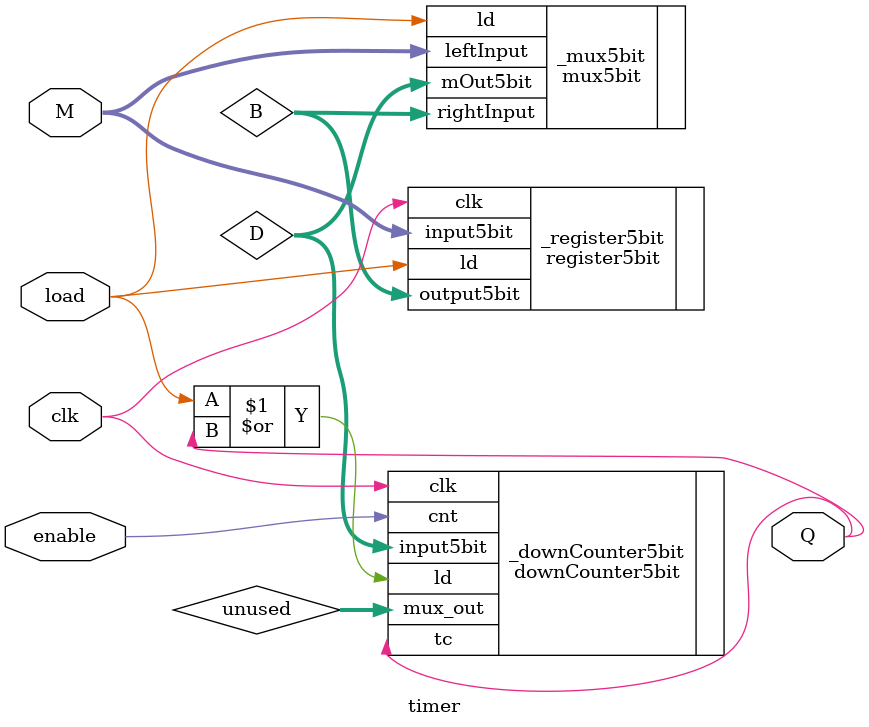
<source format=v>
`timescale 1ns / 1ps

module timer(
    input load,enable,clk,
    input [4:0] M,
    output wire Q
    );
    wire [4:0] unused;
    wire [4:0] B;
    wire [4:0] D;
    
    register5bit _register5bit( .ld(load), .clk(clk), .input5bit(M), .output5bit(B) );
    mux5bit _mux5bit( .ld(load), .leftInput(M), .rightInput(B), .mOut5bit(D));
    downCounter5bit _downCounter5bit( .clk(clk), .ld(load|Q), .cnt(enable), .input5bit(D), .mux_out(unused), .tc(Q)); 
    
endmodule

</source>
